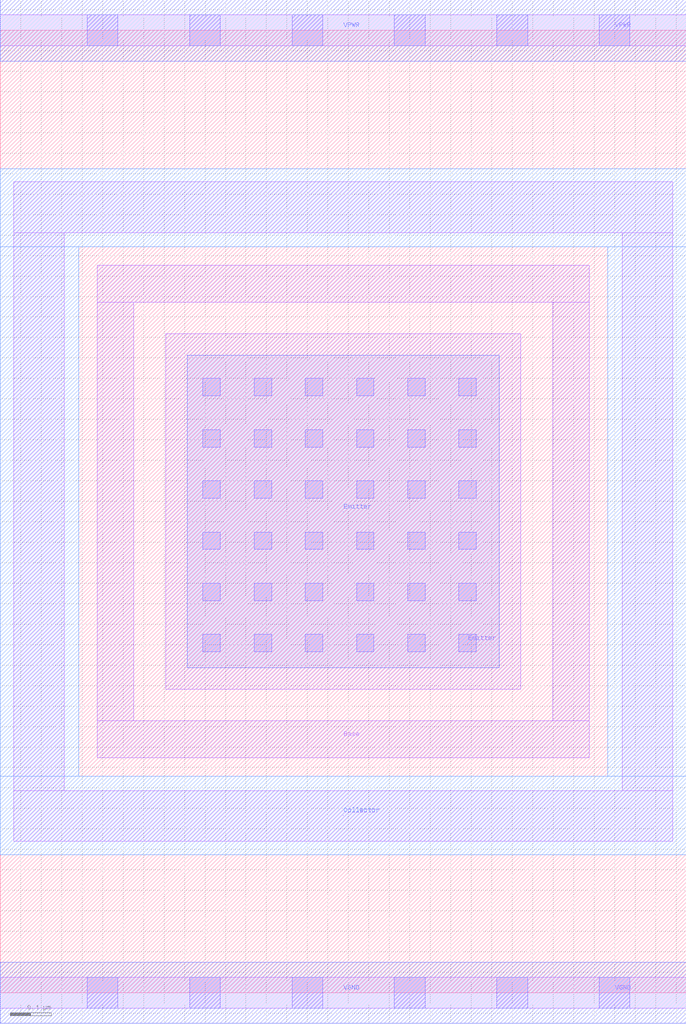
<source format=lef>
VERSION 5.7 ;
  NOWIREEXTENSIONATPIN ON ;
  DIVIDERCHAR "/" ;
  BUSBITCHARS "[]" ;
MACRO sky130_asc_pnp_05v5_W3p40L3p40_1
  CLASS CORE ;
  FOREIGN sky130_asc_pnp_05v5_W3p40L3p40_1 ;
  ORIGIN 0.000 0.000 ;
  SIZE 6.700 BY 9.400 ;
  SITE unitasc ;
  PIN Emitter
    DIRECTION INOUT ;
    ANTENNADIFFAREA 11.559999 ;
    PORT
      LAYER li1 ;
        RECT 1.615 2.965 5.085 6.435 ;
      LAYER mcon ;
        RECT 1.980 5.830 2.150 6.000 ;
        RECT 2.480 5.830 2.650 6.000 ;
        RECT 2.980 5.830 3.150 6.000 ;
        RECT 3.480 5.830 3.650 6.000 ;
        RECT 3.980 5.830 4.150 6.000 ;
        RECT 4.480 5.830 4.650 6.000 ;
        RECT 1.980 5.330 2.150 5.500 ;
        RECT 2.480 5.330 2.650 5.500 ;
        RECT 2.980 5.330 3.150 5.500 ;
        RECT 3.480 5.330 3.650 5.500 ;
        RECT 3.980 5.330 4.150 5.500 ;
        RECT 4.480 5.330 4.650 5.500 ;
        RECT 1.980 4.830 2.150 5.000 ;
        RECT 2.480 4.830 2.650 5.000 ;
        RECT 2.980 4.830 3.150 5.000 ;
        RECT 3.480 4.830 3.650 5.000 ;
        RECT 3.980 4.830 4.150 5.000 ;
        RECT 4.480 4.830 4.650 5.000 ;
        RECT 1.980 4.330 2.150 4.500 ;
        RECT 2.480 4.330 2.650 4.500 ;
        RECT 2.980 4.330 3.150 4.500 ;
        RECT 3.480 4.330 3.650 4.500 ;
        RECT 3.980 4.330 4.150 4.500 ;
        RECT 4.480 4.330 4.650 4.500 ;
        RECT 1.980 3.830 2.150 4.000 ;
        RECT 2.480 3.830 2.650 4.000 ;
        RECT 2.980 3.830 3.150 4.000 ;
        RECT 3.480 3.830 3.650 4.000 ;
        RECT 3.980 3.830 4.150 4.000 ;
        RECT 4.480 3.830 4.650 4.000 ;
        RECT 1.980 3.330 2.150 3.500 ;
        RECT 2.480 3.330 2.650 3.500 ;
        RECT 2.980 3.330 3.150 3.500 ;
        RECT 3.480 3.330 3.650 3.500 ;
        RECT 3.980 3.330 4.150 3.500 ;
        RECT 4.480 3.330 4.650 3.500 ;
      LAYER met1 ;
        RECT 1.825 3.175 4.875 6.225 ;
    END
  END Emitter
  PIN Base
    DIRECTION INOUT ;
    ANTENNAGATEAREA 26.728899 ;
    ANTENNADIFFAREA 6.408000 ;
    PORT
      LAYER li1 ;
        RECT 0.945 6.745 5.755 7.105 ;
        RECT 0.945 2.655 1.305 6.745 ;
        RECT 5.395 2.655 5.755 6.745 ;
        RECT 0.945 2.295 5.755 2.655 ;
    END
  END Base
  PIN Collector
    DIRECTION INOUT ;
    ANTENNADIFFAREA 11.988700 ;
    PORT
      LAYER pwell ;
        RECT 0.000 7.285 6.700 8.050 ;
        RECT 0.000 2.115 0.765 7.285 ;
        RECT 5.935 2.115 6.700 7.285 ;
        RECT 0.000 1.350 6.700 2.115 ;
      LAYER li1 ;
        RECT 0.130 7.425 6.570 7.920 ;
        RECT 0.130 1.975 0.625 7.425 ;
        RECT 6.075 1.975 6.570 7.425 ;
        RECT 0.130 1.480 6.570 1.975 ;
    END
  END Collector
  PIN VPWR
    DIRECTION INOUT ;
    USE POWER ;
    PORT
      LAYER li1 ;
        RECT 0.000 9.250 6.700 9.550 ;
      LAYER mcon ;
        RECT 0.850 9.250 1.150 9.550 ;
        RECT 1.850 9.250 2.150 9.550 ;
        RECT 2.850 9.250 3.150 9.550 ;
        RECT 3.850 9.250 4.150 9.550 ;
        RECT 4.850 9.250 5.150 9.550 ;
        RECT 5.850 9.250 6.150 9.550 ;
      LAYER met1 ;
        RECT 0.000 9.100 6.700 9.700 ;
    END
  END VPWR
  PIN VGND
    DIRECTION INOUT ;
    USE GROUND ;
    PORT
      LAYER li1 ;
        RECT 0.000 -0.150 6.700 0.150 ;
      LAYER mcon ;
        RECT 0.850 -0.150 1.150 0.150 ;
        RECT 1.850 -0.150 2.150 0.150 ;
        RECT 2.850 -0.150 3.150 0.150 ;
        RECT 3.850 -0.150 4.150 0.150 ;
        RECT 4.850 -0.150 5.150 0.150 ;
        RECT 5.850 -0.150 6.150 0.150 ;
      LAYER met1 ;
        RECT 0.000 -0.300 6.700 0.300 ;
    END
  END VGND
END sky130_asc_pnp_05v5_W3p40L3p40_1
END LIBRARY


</source>
